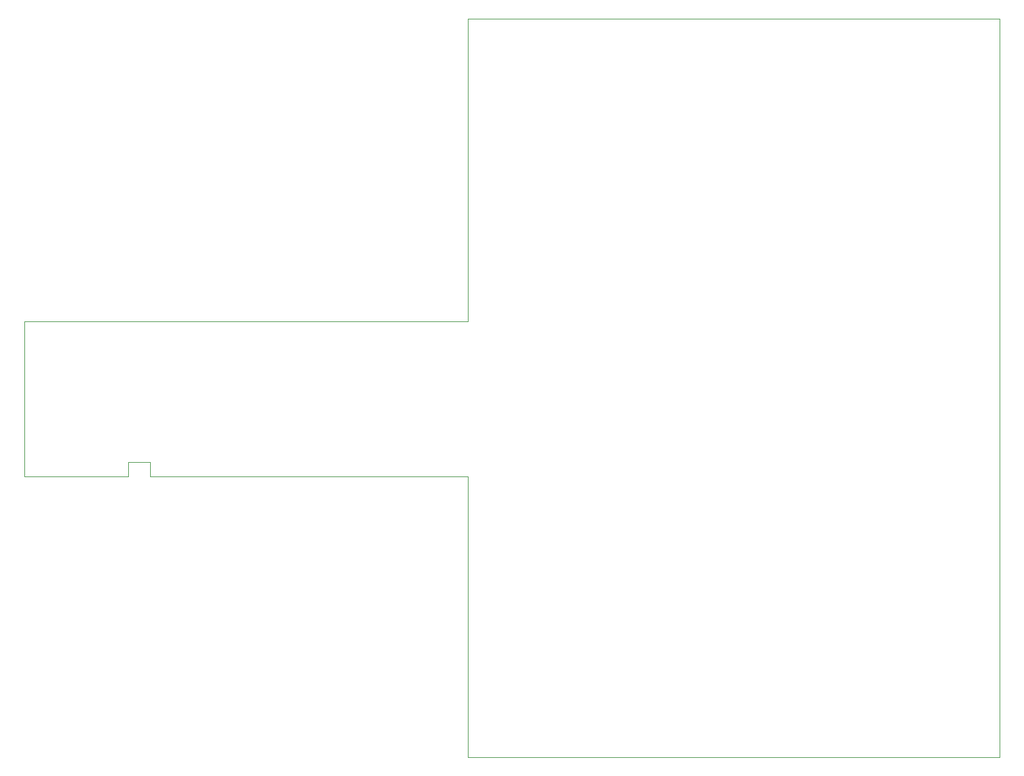
<source format=gbr>
G04 #@! TF.GenerationSoftware,KiCad,Pcbnew,5.1.5+dfsg1-2build2*
G04 #@! TF.CreationDate,2021-06-11T08:21:22+01:00*
G04 #@! TF.ProjectId,pak_breakout,70616b5f-6272-4656-916b-6f75742e6b69,rev?*
G04 #@! TF.SameCoordinates,Original*
G04 #@! TF.FileFunction,Profile,NP*
%FSLAX46Y46*%
G04 Gerber Fmt 4.6, Leading zero omitted, Abs format (unit mm)*
G04 Created by KiCad (PCBNEW 5.1.5+dfsg1-2build2) date 2021-06-11 08:21:22*
%MOMM*%
%LPD*%
G04 APERTURE LIST*
%ADD10C,0.050000*%
G04 APERTURE END LIST*
D10*
X445000000Y-285000000D02*
X435000000Y-285000000D01*
X445000000Y-185000000D02*
X445000000Y-285000000D01*
X373000000Y-185000000D02*
X445000000Y-185000000D01*
X373000000Y-192000000D02*
X373000000Y-185000000D01*
X373000000Y-226000000D02*
X373000000Y-192000000D01*
X363000000Y-226000000D02*
X373000000Y-226000000D01*
X373000000Y-285000000D02*
X435000000Y-285000000D01*
X373000000Y-247000000D02*
X373000000Y-285000000D01*
X363000000Y-247000000D02*
X373000000Y-247000000D01*
X330000000Y-247000000D02*
X363000000Y-247000000D01*
X327000000Y-247000000D02*
X327000000Y-245000000D01*
X313000000Y-247000000D02*
X327000000Y-247000000D01*
X330000000Y-245000000D02*
X330000000Y-247000000D01*
X327000000Y-245000000D02*
X330000000Y-245000000D01*
X313000000Y-226000000D02*
X313000000Y-247000000D01*
X363000000Y-226000000D02*
X313000000Y-226000000D01*
M02*

</source>
